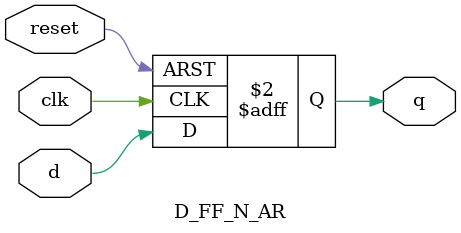
<source format=sv>
module D_FF_N_AR(d, clk, reset, q);
input logic d, clk, reset;
output logic q;
always_ff @(negedge clk, posedge reset)
	begin
	if(reset)
		q <= 1'b0;
	else
		q <= d;
	end
endmodule
</source>
